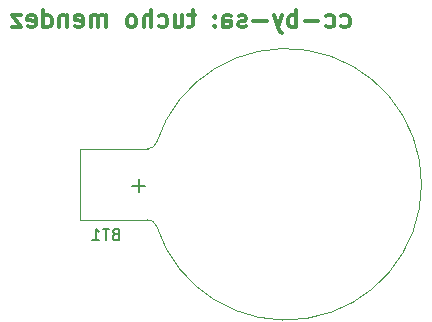
<source format=gbr>
G04 #@! TF.GenerationSoftware,KiCad,Pcbnew,5.0.0-fee4fd1~66~ubuntu18.04.1*
G04 #@! TF.CreationDate,2018-09-29T20:43:12+02:00*
G04 #@! TF.ProjectId,attinyReflexos,617474696E795265666C65786F732E6B,rev?*
G04 #@! TF.SameCoordinates,Original*
G04 #@! TF.FileFunction,Legend,Bot*
G04 #@! TF.FilePolarity,Positive*
%FSLAX46Y46*%
G04 Gerber Fmt 4.6, Leading zero omitted, Abs format (unit mm)*
G04 Created by KiCad (PCBNEW 5.0.0-fee4fd1~66~ubuntu18.04.1) date Sat Sep 29 20:43:12 2018*
%MOMM*%
%LPD*%
G01*
G04 APERTURE LIST*
%ADD10C,0.300000*%
%ADD11C,0.120000*%
%ADD12C,0.150000*%
G04 APERTURE END LIST*
D10*
X168475714Y-98397142D02*
X168618571Y-98468571D01*
X168904285Y-98468571D01*
X169047142Y-98397142D01*
X169118571Y-98325714D01*
X169190000Y-98182857D01*
X169190000Y-97754285D01*
X169118571Y-97611428D01*
X169047142Y-97540000D01*
X168904285Y-97468571D01*
X168618571Y-97468571D01*
X168475714Y-97540000D01*
X167190000Y-98397142D02*
X167332857Y-98468571D01*
X167618571Y-98468571D01*
X167761428Y-98397142D01*
X167832857Y-98325714D01*
X167904285Y-98182857D01*
X167904285Y-97754285D01*
X167832857Y-97611428D01*
X167761428Y-97540000D01*
X167618571Y-97468571D01*
X167332857Y-97468571D01*
X167190000Y-97540000D01*
X166547142Y-97897142D02*
X165404285Y-97897142D01*
X164690000Y-98468571D02*
X164690000Y-96968571D01*
X164690000Y-97540000D02*
X164547142Y-97468571D01*
X164261428Y-97468571D01*
X164118571Y-97540000D01*
X164047142Y-97611428D01*
X163975714Y-97754285D01*
X163975714Y-98182857D01*
X164047142Y-98325714D01*
X164118571Y-98397142D01*
X164261428Y-98468571D01*
X164547142Y-98468571D01*
X164690000Y-98397142D01*
X163475714Y-97468571D02*
X163118571Y-98468571D01*
X162761428Y-97468571D02*
X163118571Y-98468571D01*
X163261428Y-98825714D01*
X163332857Y-98897142D01*
X163475714Y-98968571D01*
X162190000Y-97897142D02*
X161047142Y-97897142D01*
X160404285Y-98397142D02*
X160261428Y-98468571D01*
X159975714Y-98468571D01*
X159832857Y-98397142D01*
X159761428Y-98254285D01*
X159761428Y-98182857D01*
X159832857Y-98040000D01*
X159975714Y-97968571D01*
X160190000Y-97968571D01*
X160332857Y-97897142D01*
X160404285Y-97754285D01*
X160404285Y-97682857D01*
X160332857Y-97540000D01*
X160190000Y-97468571D01*
X159975714Y-97468571D01*
X159832857Y-97540000D01*
X158475714Y-98468571D02*
X158475714Y-97682857D01*
X158547142Y-97540000D01*
X158690000Y-97468571D01*
X158975714Y-97468571D01*
X159118571Y-97540000D01*
X158475714Y-98397142D02*
X158618571Y-98468571D01*
X158975714Y-98468571D01*
X159118571Y-98397142D01*
X159190000Y-98254285D01*
X159190000Y-98111428D01*
X159118571Y-97968571D01*
X158975714Y-97897142D01*
X158618571Y-97897142D01*
X158475714Y-97825714D01*
X157761428Y-98325714D02*
X157690000Y-98397142D01*
X157761428Y-98468571D01*
X157832857Y-98397142D01*
X157761428Y-98325714D01*
X157761428Y-98468571D01*
X157761428Y-97540000D02*
X157690000Y-97611428D01*
X157761428Y-97682857D01*
X157832857Y-97611428D01*
X157761428Y-97540000D01*
X157761428Y-97682857D01*
X156118571Y-97468571D02*
X155547142Y-97468571D01*
X155904285Y-96968571D02*
X155904285Y-98254285D01*
X155832857Y-98397142D01*
X155690000Y-98468571D01*
X155547142Y-98468571D01*
X154404285Y-97468571D02*
X154404285Y-98468571D01*
X155047142Y-97468571D02*
X155047142Y-98254285D01*
X154975714Y-98397142D01*
X154832857Y-98468571D01*
X154618571Y-98468571D01*
X154475714Y-98397142D01*
X154404285Y-98325714D01*
X153047142Y-98397142D02*
X153190000Y-98468571D01*
X153475714Y-98468571D01*
X153618571Y-98397142D01*
X153690000Y-98325714D01*
X153761428Y-98182857D01*
X153761428Y-97754285D01*
X153690000Y-97611428D01*
X153618571Y-97540000D01*
X153475714Y-97468571D01*
X153190000Y-97468571D01*
X153047142Y-97540000D01*
X152404285Y-98468571D02*
X152404285Y-96968571D01*
X151761428Y-98468571D02*
X151761428Y-97682857D01*
X151832857Y-97540000D01*
X151975714Y-97468571D01*
X152190000Y-97468571D01*
X152332857Y-97540000D01*
X152404285Y-97611428D01*
X150832857Y-98468571D02*
X150975714Y-98397142D01*
X151047142Y-98325714D01*
X151118571Y-98182857D01*
X151118571Y-97754285D01*
X151047142Y-97611428D01*
X150975714Y-97540000D01*
X150832857Y-97468571D01*
X150618571Y-97468571D01*
X150475714Y-97540000D01*
X150404285Y-97611428D01*
X150332857Y-97754285D01*
X150332857Y-98182857D01*
X150404285Y-98325714D01*
X150475714Y-98397142D01*
X150618571Y-98468571D01*
X150832857Y-98468571D01*
X148547142Y-98468571D02*
X148547142Y-97468571D01*
X148547142Y-97611428D02*
X148475714Y-97540000D01*
X148332857Y-97468571D01*
X148118571Y-97468571D01*
X147975714Y-97540000D01*
X147904285Y-97682857D01*
X147904285Y-98468571D01*
X147904285Y-97682857D02*
X147832857Y-97540000D01*
X147690000Y-97468571D01*
X147475714Y-97468571D01*
X147332857Y-97540000D01*
X147261428Y-97682857D01*
X147261428Y-98468571D01*
X145975714Y-98397142D02*
X146118571Y-98468571D01*
X146404285Y-98468571D01*
X146547142Y-98397142D01*
X146618571Y-98254285D01*
X146618571Y-97682857D01*
X146547142Y-97540000D01*
X146404285Y-97468571D01*
X146118571Y-97468571D01*
X145975714Y-97540000D01*
X145904285Y-97682857D01*
X145904285Y-97825714D01*
X146618571Y-97968571D01*
X145261428Y-97468571D02*
X145261428Y-98468571D01*
X145261428Y-97611428D02*
X145190000Y-97540000D01*
X145047142Y-97468571D01*
X144832857Y-97468571D01*
X144690000Y-97540000D01*
X144618571Y-97682857D01*
X144618571Y-98468571D01*
X143261428Y-98468571D02*
X143261428Y-96968571D01*
X143261428Y-98397142D02*
X143404285Y-98468571D01*
X143690000Y-98468571D01*
X143832857Y-98397142D01*
X143904285Y-98325714D01*
X143975714Y-98182857D01*
X143975714Y-97754285D01*
X143904285Y-97611428D01*
X143832857Y-97540000D01*
X143690000Y-97468571D01*
X143404285Y-97468571D01*
X143261428Y-97540000D01*
X141975714Y-98397142D02*
X142118571Y-98468571D01*
X142404285Y-98468571D01*
X142547142Y-98397142D01*
X142618571Y-98254285D01*
X142618571Y-97682857D01*
X142547142Y-97540000D01*
X142404285Y-97468571D01*
X142118571Y-97468571D01*
X141975714Y-97540000D01*
X141904285Y-97682857D01*
X141904285Y-97825714D01*
X142618571Y-97968571D01*
X141404285Y-97468571D02*
X140618571Y-97468571D01*
X141404285Y-98468571D01*
X140618571Y-98468571D01*
D11*
G04 #@! TO.C,BT1*
X175285671Y-111805281D02*
G75*
G03X152840000Y-108260000I-11495671J45281D01*
G01*
X152841754Y-108233616D02*
G75*
G02X152090000Y-108760000I-751754J273616D01*
G01*
X175285671Y-111714719D02*
G75*
G02X152840000Y-115260000I-11495671J-45281D01*
G01*
X152841754Y-115286384D02*
G75*
G03X152090000Y-114760000I-751754J-273616D01*
G01*
X146390000Y-114760000D02*
X152090000Y-114760000D01*
X146390000Y-108760000D02*
X146390000Y-114760000D01*
X146390000Y-108760000D02*
X152090000Y-108760000D01*
D12*
X149375714Y-115988571D02*
X149232857Y-116036190D01*
X149185238Y-116083809D01*
X149137619Y-116179047D01*
X149137619Y-116321904D01*
X149185238Y-116417142D01*
X149232857Y-116464761D01*
X149328095Y-116512380D01*
X149709047Y-116512380D01*
X149709047Y-115512380D01*
X149375714Y-115512380D01*
X149280476Y-115560000D01*
X149232857Y-115607619D01*
X149185238Y-115702857D01*
X149185238Y-115798095D01*
X149232857Y-115893333D01*
X149280476Y-115940952D01*
X149375714Y-115988571D01*
X149709047Y-115988571D01*
X148851904Y-115512380D02*
X148280476Y-115512380D01*
X148566190Y-116512380D02*
X148566190Y-115512380D01*
X147423333Y-116512380D02*
X147994761Y-116512380D01*
X147709047Y-116512380D02*
X147709047Y-115512380D01*
X147804285Y-115655238D01*
X147899523Y-115750476D01*
X147994761Y-115798095D01*
X151911428Y-111867142D02*
X150768571Y-111867142D01*
X151340000Y-112438571D02*
X151340000Y-111295714D01*
G04 #@! TD*
M02*

</source>
